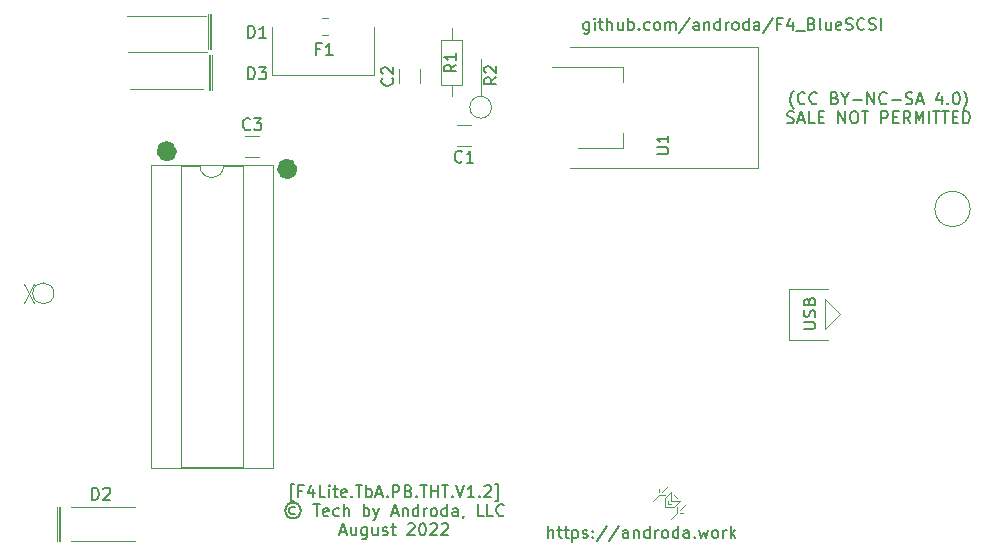
<source format=gbr>
%TF.GenerationSoftware,KiCad,Pcbnew,6.0.5-a6ca702e91~116~ubuntu21.10.1*%
%TF.CreationDate,2022-08-24T05:16:12-06:00*%
%TF.ProjectId,PowerBook_F4Lite_THTV1_2,506f7765-7242-46f6-9f6b-5f46344c6974,rev?*%
%TF.SameCoordinates,Original*%
%TF.FileFunction,Legend,Top*%
%TF.FilePolarity,Positive*%
%FSLAX46Y46*%
G04 Gerber Fmt 4.6, Leading zero omitted, Abs format (unit mm)*
G04 Created by KiCad (PCBNEW 6.0.5-a6ca702e91~116~ubuntu21.10.1) date 2022-08-24 05:16:12*
%MOMM*%
%LPD*%
G01*
G04 APERTURE LIST*
%ADD10C,0.120000*%
%ADD11C,1.100000*%
%ADD12C,0.150000*%
G04 APERTURE END LIST*
D10*
X82042000Y-61366400D02*
X75336400Y-61366400D01*
X82092800Y-64465200D02*
X75438000Y-64465200D01*
X81737200Y-67614800D02*
X75539600Y-67614800D01*
D11*
X89200535Y-74353420D02*
G75*
G03*
X89200535Y-74353420I-313235J0D01*
G01*
X78994815Y-72859900D02*
G75*
G03*
X78994815Y-72859900I-313235J0D01*
G01*
D12*
X110988507Y-105595680D02*
X110988507Y-104595680D01*
X111417079Y-105595680D02*
X111417079Y-105071871D01*
X111369460Y-104976633D01*
X111274221Y-104929014D01*
X111131364Y-104929014D01*
X111036126Y-104976633D01*
X110988507Y-105024252D01*
X111750412Y-104929014D02*
X112131364Y-104929014D01*
X111893269Y-104595680D02*
X111893269Y-105452823D01*
X111940888Y-105548061D01*
X112036126Y-105595680D01*
X112131364Y-105595680D01*
X112321840Y-104929014D02*
X112702793Y-104929014D01*
X112464698Y-104595680D02*
X112464698Y-105452823D01*
X112512317Y-105548061D01*
X112607555Y-105595680D01*
X112702793Y-105595680D01*
X113036126Y-104929014D02*
X113036126Y-105929014D01*
X113036126Y-104976633D02*
X113131364Y-104929014D01*
X113321840Y-104929014D01*
X113417079Y-104976633D01*
X113464698Y-105024252D01*
X113512317Y-105119490D01*
X113512317Y-105405204D01*
X113464698Y-105500442D01*
X113417079Y-105548061D01*
X113321840Y-105595680D01*
X113131364Y-105595680D01*
X113036126Y-105548061D01*
X113893269Y-105548061D02*
X113988507Y-105595680D01*
X114178983Y-105595680D01*
X114274221Y-105548061D01*
X114321840Y-105452823D01*
X114321840Y-105405204D01*
X114274221Y-105309966D01*
X114178983Y-105262347D01*
X114036126Y-105262347D01*
X113940888Y-105214728D01*
X113893269Y-105119490D01*
X113893269Y-105071871D01*
X113940888Y-104976633D01*
X114036126Y-104929014D01*
X114178983Y-104929014D01*
X114274221Y-104976633D01*
X114750412Y-105500442D02*
X114798031Y-105548061D01*
X114750412Y-105595680D01*
X114702793Y-105548061D01*
X114750412Y-105500442D01*
X114750412Y-105595680D01*
X114750412Y-104976633D02*
X114798031Y-105024252D01*
X114750412Y-105071871D01*
X114702793Y-105024252D01*
X114750412Y-104976633D01*
X114750412Y-105071871D01*
X115940888Y-104548061D02*
X115083745Y-105833776D01*
X116988507Y-104548061D02*
X116131364Y-105833776D01*
X117750412Y-105595680D02*
X117750412Y-105071871D01*
X117702793Y-104976633D01*
X117607555Y-104929014D01*
X117417079Y-104929014D01*
X117321840Y-104976633D01*
X117750412Y-105548061D02*
X117655174Y-105595680D01*
X117417079Y-105595680D01*
X117321840Y-105548061D01*
X117274221Y-105452823D01*
X117274221Y-105357585D01*
X117321840Y-105262347D01*
X117417079Y-105214728D01*
X117655174Y-105214728D01*
X117750412Y-105167109D01*
X118226602Y-104929014D02*
X118226602Y-105595680D01*
X118226602Y-105024252D02*
X118274221Y-104976633D01*
X118369460Y-104929014D01*
X118512317Y-104929014D01*
X118607555Y-104976633D01*
X118655174Y-105071871D01*
X118655174Y-105595680D01*
X119559936Y-105595680D02*
X119559936Y-104595680D01*
X119559936Y-105548061D02*
X119464698Y-105595680D01*
X119274221Y-105595680D01*
X119178983Y-105548061D01*
X119131364Y-105500442D01*
X119083745Y-105405204D01*
X119083745Y-105119490D01*
X119131364Y-105024252D01*
X119178983Y-104976633D01*
X119274221Y-104929014D01*
X119464698Y-104929014D01*
X119559936Y-104976633D01*
X120036126Y-105595680D02*
X120036126Y-104929014D01*
X120036126Y-105119490D02*
X120083745Y-105024252D01*
X120131364Y-104976633D01*
X120226602Y-104929014D01*
X120321840Y-104929014D01*
X120798031Y-105595680D02*
X120702793Y-105548061D01*
X120655174Y-105500442D01*
X120607555Y-105405204D01*
X120607555Y-105119490D01*
X120655174Y-105024252D01*
X120702793Y-104976633D01*
X120798031Y-104929014D01*
X120940888Y-104929014D01*
X121036126Y-104976633D01*
X121083745Y-105024252D01*
X121131364Y-105119490D01*
X121131364Y-105405204D01*
X121083745Y-105500442D01*
X121036126Y-105548061D01*
X120940888Y-105595680D01*
X120798031Y-105595680D01*
X121988507Y-105595680D02*
X121988507Y-104595680D01*
X121988507Y-105548061D02*
X121893269Y-105595680D01*
X121702793Y-105595680D01*
X121607555Y-105548061D01*
X121559936Y-105500442D01*
X121512317Y-105405204D01*
X121512317Y-105119490D01*
X121559936Y-105024252D01*
X121607555Y-104976633D01*
X121702793Y-104929014D01*
X121893269Y-104929014D01*
X121988507Y-104976633D01*
X122893269Y-105595680D02*
X122893269Y-105071871D01*
X122845650Y-104976633D01*
X122750412Y-104929014D01*
X122559936Y-104929014D01*
X122464698Y-104976633D01*
X122893269Y-105548061D02*
X122798031Y-105595680D01*
X122559936Y-105595680D01*
X122464698Y-105548061D01*
X122417079Y-105452823D01*
X122417079Y-105357585D01*
X122464698Y-105262347D01*
X122559936Y-105214728D01*
X122798031Y-105214728D01*
X122893269Y-105167109D01*
X123369460Y-105500442D02*
X123417079Y-105548061D01*
X123369460Y-105595680D01*
X123321840Y-105548061D01*
X123369460Y-105500442D01*
X123369460Y-105595680D01*
X123750412Y-104929014D02*
X123940888Y-105595680D01*
X124131364Y-105119490D01*
X124321840Y-105595680D01*
X124512317Y-104929014D01*
X125036126Y-105595680D02*
X124940888Y-105548061D01*
X124893269Y-105500442D01*
X124845650Y-105405204D01*
X124845650Y-105119490D01*
X124893269Y-105024252D01*
X124940888Y-104976633D01*
X125036126Y-104929014D01*
X125178983Y-104929014D01*
X125274221Y-104976633D01*
X125321840Y-105024252D01*
X125369460Y-105119490D01*
X125369460Y-105405204D01*
X125321840Y-105500442D01*
X125274221Y-105548061D01*
X125178983Y-105595680D01*
X125036126Y-105595680D01*
X125798031Y-105595680D02*
X125798031Y-104929014D01*
X125798031Y-105119490D02*
X125845650Y-105024252D01*
X125893269Y-104976633D01*
X125988507Y-104929014D01*
X126083745Y-104929014D01*
X126417079Y-105595680D02*
X126417079Y-104595680D01*
X126512317Y-105214728D02*
X126798031Y-105595680D01*
X126798031Y-104929014D02*
X126417079Y-105309966D01*
X131769523Y-69248333D02*
X131721904Y-69200714D01*
X131626666Y-69057857D01*
X131579047Y-68962619D01*
X131531428Y-68819761D01*
X131483809Y-68581666D01*
X131483809Y-68391190D01*
X131531428Y-68153095D01*
X131579047Y-68010238D01*
X131626666Y-67915000D01*
X131721904Y-67772142D01*
X131769523Y-67724523D01*
X132721904Y-68772142D02*
X132674285Y-68819761D01*
X132531428Y-68867380D01*
X132436190Y-68867380D01*
X132293333Y-68819761D01*
X132198095Y-68724523D01*
X132150476Y-68629285D01*
X132102857Y-68438809D01*
X132102857Y-68295952D01*
X132150476Y-68105476D01*
X132198095Y-68010238D01*
X132293333Y-67915000D01*
X132436190Y-67867380D01*
X132531428Y-67867380D01*
X132674285Y-67915000D01*
X132721904Y-67962619D01*
X133721904Y-68772142D02*
X133674285Y-68819761D01*
X133531428Y-68867380D01*
X133436190Y-68867380D01*
X133293333Y-68819761D01*
X133198095Y-68724523D01*
X133150476Y-68629285D01*
X133102857Y-68438809D01*
X133102857Y-68295952D01*
X133150476Y-68105476D01*
X133198095Y-68010238D01*
X133293333Y-67915000D01*
X133436190Y-67867380D01*
X133531428Y-67867380D01*
X133674285Y-67915000D01*
X133721904Y-67962619D01*
X135245714Y-68343571D02*
X135388571Y-68391190D01*
X135436190Y-68438809D01*
X135483809Y-68534047D01*
X135483809Y-68676904D01*
X135436190Y-68772142D01*
X135388571Y-68819761D01*
X135293333Y-68867380D01*
X134912380Y-68867380D01*
X134912380Y-67867380D01*
X135245714Y-67867380D01*
X135340952Y-67915000D01*
X135388571Y-67962619D01*
X135436190Y-68057857D01*
X135436190Y-68153095D01*
X135388571Y-68248333D01*
X135340952Y-68295952D01*
X135245714Y-68343571D01*
X134912380Y-68343571D01*
X136102857Y-68391190D02*
X136102857Y-68867380D01*
X135769523Y-67867380D02*
X136102857Y-68391190D01*
X136436190Y-67867380D01*
X136769523Y-68486428D02*
X137531428Y-68486428D01*
X138007619Y-68867380D02*
X138007619Y-67867380D01*
X138579047Y-68867380D01*
X138579047Y-67867380D01*
X139626666Y-68772142D02*
X139579047Y-68819761D01*
X139436190Y-68867380D01*
X139340952Y-68867380D01*
X139198095Y-68819761D01*
X139102857Y-68724523D01*
X139055238Y-68629285D01*
X139007619Y-68438809D01*
X139007619Y-68295952D01*
X139055238Y-68105476D01*
X139102857Y-68010238D01*
X139198095Y-67915000D01*
X139340952Y-67867380D01*
X139436190Y-67867380D01*
X139579047Y-67915000D01*
X139626666Y-67962619D01*
X140055238Y-68486428D02*
X140817142Y-68486428D01*
X141245714Y-68819761D02*
X141388571Y-68867380D01*
X141626666Y-68867380D01*
X141721904Y-68819761D01*
X141769523Y-68772142D01*
X141817142Y-68676904D01*
X141817142Y-68581666D01*
X141769523Y-68486428D01*
X141721904Y-68438809D01*
X141626666Y-68391190D01*
X141436190Y-68343571D01*
X141340952Y-68295952D01*
X141293333Y-68248333D01*
X141245714Y-68153095D01*
X141245714Y-68057857D01*
X141293333Y-67962619D01*
X141340952Y-67915000D01*
X141436190Y-67867380D01*
X141674285Y-67867380D01*
X141817142Y-67915000D01*
X142198095Y-68581666D02*
X142674285Y-68581666D01*
X142102857Y-68867380D02*
X142436190Y-67867380D01*
X142769523Y-68867380D01*
X144293333Y-68200714D02*
X144293333Y-68867380D01*
X144055238Y-67819761D02*
X143817142Y-68534047D01*
X144436190Y-68534047D01*
X144817142Y-68772142D02*
X144864761Y-68819761D01*
X144817142Y-68867380D01*
X144769523Y-68819761D01*
X144817142Y-68772142D01*
X144817142Y-68867380D01*
X145483809Y-67867380D02*
X145579047Y-67867380D01*
X145674285Y-67915000D01*
X145721904Y-67962619D01*
X145769523Y-68057857D01*
X145817142Y-68248333D01*
X145817142Y-68486428D01*
X145769523Y-68676904D01*
X145721904Y-68772142D01*
X145674285Y-68819761D01*
X145579047Y-68867380D01*
X145483809Y-68867380D01*
X145388571Y-68819761D01*
X145340952Y-68772142D01*
X145293333Y-68676904D01*
X145245714Y-68486428D01*
X145245714Y-68248333D01*
X145293333Y-68057857D01*
X145340952Y-67962619D01*
X145388571Y-67915000D01*
X145483809Y-67867380D01*
X146150476Y-69248333D02*
X146198095Y-69200714D01*
X146293333Y-69057857D01*
X146340952Y-68962619D01*
X146388571Y-68819761D01*
X146436190Y-68581666D01*
X146436190Y-68391190D01*
X146388571Y-68153095D01*
X146340952Y-68010238D01*
X146293333Y-67915000D01*
X146198095Y-67772142D01*
X146150476Y-67724523D01*
X131221904Y-70429761D02*
X131364761Y-70477380D01*
X131602857Y-70477380D01*
X131698095Y-70429761D01*
X131745714Y-70382142D01*
X131793333Y-70286904D01*
X131793333Y-70191666D01*
X131745714Y-70096428D01*
X131698095Y-70048809D01*
X131602857Y-70001190D01*
X131412380Y-69953571D01*
X131317142Y-69905952D01*
X131269523Y-69858333D01*
X131221904Y-69763095D01*
X131221904Y-69667857D01*
X131269523Y-69572619D01*
X131317142Y-69525000D01*
X131412380Y-69477380D01*
X131650476Y-69477380D01*
X131793333Y-69525000D01*
X132174285Y-70191666D02*
X132650476Y-70191666D01*
X132079047Y-70477380D02*
X132412380Y-69477380D01*
X132745714Y-70477380D01*
X133555238Y-70477380D02*
X133079047Y-70477380D01*
X133079047Y-69477380D01*
X133888571Y-69953571D02*
X134221904Y-69953571D01*
X134364761Y-70477380D02*
X133888571Y-70477380D01*
X133888571Y-69477380D01*
X134364761Y-69477380D01*
X135555238Y-70477380D02*
X135555238Y-69477380D01*
X136126666Y-70477380D01*
X136126666Y-69477380D01*
X136793333Y-69477380D02*
X136983809Y-69477380D01*
X137079047Y-69525000D01*
X137174285Y-69620238D01*
X137221904Y-69810714D01*
X137221904Y-70144047D01*
X137174285Y-70334523D01*
X137079047Y-70429761D01*
X136983809Y-70477380D01*
X136793333Y-70477380D01*
X136698095Y-70429761D01*
X136602857Y-70334523D01*
X136555238Y-70144047D01*
X136555238Y-69810714D01*
X136602857Y-69620238D01*
X136698095Y-69525000D01*
X136793333Y-69477380D01*
X137507619Y-69477380D02*
X138079047Y-69477380D01*
X137793333Y-70477380D02*
X137793333Y-69477380D01*
X139174285Y-70477380D02*
X139174285Y-69477380D01*
X139555238Y-69477380D01*
X139650476Y-69525000D01*
X139698095Y-69572619D01*
X139745714Y-69667857D01*
X139745714Y-69810714D01*
X139698095Y-69905952D01*
X139650476Y-69953571D01*
X139555238Y-70001190D01*
X139174285Y-70001190D01*
X140174285Y-69953571D02*
X140507619Y-69953571D01*
X140650476Y-70477380D02*
X140174285Y-70477380D01*
X140174285Y-69477380D01*
X140650476Y-69477380D01*
X141650476Y-70477380D02*
X141317142Y-70001190D01*
X141079047Y-70477380D02*
X141079047Y-69477380D01*
X141460000Y-69477380D01*
X141555238Y-69525000D01*
X141602857Y-69572619D01*
X141650476Y-69667857D01*
X141650476Y-69810714D01*
X141602857Y-69905952D01*
X141555238Y-69953571D01*
X141460000Y-70001190D01*
X141079047Y-70001190D01*
X142079047Y-70477380D02*
X142079047Y-69477380D01*
X142412380Y-70191666D01*
X142745714Y-69477380D01*
X142745714Y-70477380D01*
X143221904Y-70477380D02*
X143221904Y-69477380D01*
X143555238Y-69477380D02*
X144126666Y-69477380D01*
X143840952Y-70477380D02*
X143840952Y-69477380D01*
X144317142Y-69477380D02*
X144888571Y-69477380D01*
X144602857Y-70477380D02*
X144602857Y-69477380D01*
X145221904Y-69953571D02*
X145555238Y-69953571D01*
X145698095Y-70477380D02*
X145221904Y-70477380D01*
X145221904Y-69477380D01*
X145698095Y-69477380D01*
X146126666Y-70477380D02*
X146126666Y-69477380D01*
X146364761Y-69477380D01*
X146507619Y-69525000D01*
X146602857Y-69620238D01*
X146650476Y-69715476D01*
X146698095Y-69905952D01*
X146698095Y-70048809D01*
X146650476Y-70239285D01*
X146602857Y-70334523D01*
X146507619Y-70429761D01*
X146364761Y-70477380D01*
X146126666Y-70477380D01*
X89436190Y-102475714D02*
X89198095Y-102475714D01*
X89198095Y-101047142D01*
X89436190Y-101047142D01*
X90150476Y-101618571D02*
X89817142Y-101618571D01*
X89817142Y-102142380D02*
X89817142Y-101142380D01*
X90293333Y-101142380D01*
X91102857Y-101475714D02*
X91102857Y-102142380D01*
X90864761Y-101094761D02*
X90626666Y-101809047D01*
X91245714Y-101809047D01*
X92102857Y-102142380D02*
X91626666Y-102142380D01*
X91626666Y-101142380D01*
X92436190Y-102142380D02*
X92436190Y-101475714D01*
X92436190Y-101142380D02*
X92388571Y-101190000D01*
X92436190Y-101237619D01*
X92483809Y-101190000D01*
X92436190Y-101142380D01*
X92436190Y-101237619D01*
X92769523Y-101475714D02*
X93150476Y-101475714D01*
X92912380Y-101142380D02*
X92912380Y-101999523D01*
X92960000Y-102094761D01*
X93055238Y-102142380D01*
X93150476Y-102142380D01*
X93864761Y-102094761D02*
X93769523Y-102142380D01*
X93579047Y-102142380D01*
X93483809Y-102094761D01*
X93436190Y-101999523D01*
X93436190Y-101618571D01*
X93483809Y-101523333D01*
X93579047Y-101475714D01*
X93769523Y-101475714D01*
X93864761Y-101523333D01*
X93912380Y-101618571D01*
X93912380Y-101713809D01*
X93436190Y-101809047D01*
X94340952Y-102047142D02*
X94388571Y-102094761D01*
X94340952Y-102142380D01*
X94293333Y-102094761D01*
X94340952Y-102047142D01*
X94340952Y-102142380D01*
X94674285Y-101142380D02*
X95245714Y-101142380D01*
X94960000Y-102142380D02*
X94960000Y-101142380D01*
X95579047Y-102142380D02*
X95579047Y-101142380D01*
X95579047Y-101523333D02*
X95674285Y-101475714D01*
X95864761Y-101475714D01*
X95960000Y-101523333D01*
X96007619Y-101570952D01*
X96055238Y-101666190D01*
X96055238Y-101951904D01*
X96007619Y-102047142D01*
X95960000Y-102094761D01*
X95864761Y-102142380D01*
X95674285Y-102142380D01*
X95579047Y-102094761D01*
X96436190Y-101856666D02*
X96912380Y-101856666D01*
X96340952Y-102142380D02*
X96674285Y-101142380D01*
X97007619Y-102142380D01*
X97340952Y-102047142D02*
X97388571Y-102094761D01*
X97340952Y-102142380D01*
X97293333Y-102094761D01*
X97340952Y-102047142D01*
X97340952Y-102142380D01*
X97817142Y-102142380D02*
X97817142Y-101142380D01*
X98198095Y-101142380D01*
X98293333Y-101190000D01*
X98340952Y-101237619D01*
X98388571Y-101332857D01*
X98388571Y-101475714D01*
X98340952Y-101570952D01*
X98293333Y-101618571D01*
X98198095Y-101666190D01*
X97817142Y-101666190D01*
X99150476Y-101618571D02*
X99293333Y-101666190D01*
X99340952Y-101713809D01*
X99388571Y-101809047D01*
X99388571Y-101951904D01*
X99340952Y-102047142D01*
X99293333Y-102094761D01*
X99198095Y-102142380D01*
X98817142Y-102142380D01*
X98817142Y-101142380D01*
X99150476Y-101142380D01*
X99245714Y-101190000D01*
X99293333Y-101237619D01*
X99340952Y-101332857D01*
X99340952Y-101428095D01*
X99293333Y-101523333D01*
X99245714Y-101570952D01*
X99150476Y-101618571D01*
X98817142Y-101618571D01*
X99817142Y-102047142D02*
X99864761Y-102094761D01*
X99817142Y-102142380D01*
X99769523Y-102094761D01*
X99817142Y-102047142D01*
X99817142Y-102142380D01*
X100150476Y-101142380D02*
X100721904Y-101142380D01*
X100436190Y-102142380D02*
X100436190Y-101142380D01*
X101055238Y-102142380D02*
X101055238Y-101142380D01*
X101055238Y-101618571D02*
X101626666Y-101618571D01*
X101626666Y-102142380D02*
X101626666Y-101142380D01*
X101960000Y-101142380D02*
X102531428Y-101142380D01*
X102245714Y-102142380D02*
X102245714Y-101142380D01*
X102864761Y-102047142D02*
X102912380Y-102094761D01*
X102864761Y-102142380D01*
X102817142Y-102094761D01*
X102864761Y-102047142D01*
X102864761Y-102142380D01*
X103198095Y-101142380D02*
X103531428Y-102142380D01*
X103864761Y-101142380D01*
X104721904Y-102142380D02*
X104150476Y-102142380D01*
X104436190Y-102142380D02*
X104436190Y-101142380D01*
X104340952Y-101285238D01*
X104245714Y-101380476D01*
X104150476Y-101428095D01*
X105150476Y-102047142D02*
X105198095Y-102094761D01*
X105150476Y-102142380D01*
X105102857Y-102094761D01*
X105150476Y-102047142D01*
X105150476Y-102142380D01*
X105579047Y-101237619D02*
X105626666Y-101190000D01*
X105721904Y-101142380D01*
X105960000Y-101142380D01*
X106055238Y-101190000D01*
X106102857Y-101237619D01*
X106150476Y-101332857D01*
X106150476Y-101428095D01*
X106102857Y-101570952D01*
X105531428Y-102142380D01*
X106150476Y-102142380D01*
X106483809Y-102475714D02*
X106721904Y-102475714D01*
X106721904Y-101047142D01*
X106483809Y-101047142D01*
X89555238Y-102990476D02*
X89460000Y-102942857D01*
X89269523Y-102942857D01*
X89174285Y-102990476D01*
X89079047Y-103085714D01*
X89031428Y-103180952D01*
X89031428Y-103371428D01*
X89079047Y-103466666D01*
X89174285Y-103561904D01*
X89269523Y-103609523D01*
X89460000Y-103609523D01*
X89555238Y-103561904D01*
X89364761Y-102609523D02*
X89126666Y-102657142D01*
X88888571Y-102800000D01*
X88745714Y-103038095D01*
X88698095Y-103276190D01*
X88745714Y-103514285D01*
X88888571Y-103752380D01*
X89126666Y-103895238D01*
X89364761Y-103942857D01*
X89602857Y-103895238D01*
X89840952Y-103752380D01*
X89983809Y-103514285D01*
X90031428Y-103276190D01*
X89983809Y-103038095D01*
X89840952Y-102800000D01*
X89602857Y-102657142D01*
X89364761Y-102609523D01*
X91079047Y-102752380D02*
X91650476Y-102752380D01*
X91364761Y-103752380D02*
X91364761Y-102752380D01*
X92364761Y-103704761D02*
X92269523Y-103752380D01*
X92079047Y-103752380D01*
X91983809Y-103704761D01*
X91936190Y-103609523D01*
X91936190Y-103228571D01*
X91983809Y-103133333D01*
X92079047Y-103085714D01*
X92269523Y-103085714D01*
X92364761Y-103133333D01*
X92412380Y-103228571D01*
X92412380Y-103323809D01*
X91936190Y-103419047D01*
X93269523Y-103704761D02*
X93174285Y-103752380D01*
X92983809Y-103752380D01*
X92888571Y-103704761D01*
X92840952Y-103657142D01*
X92793333Y-103561904D01*
X92793333Y-103276190D01*
X92840952Y-103180952D01*
X92888571Y-103133333D01*
X92983809Y-103085714D01*
X93174285Y-103085714D01*
X93269523Y-103133333D01*
X93698095Y-103752380D02*
X93698095Y-102752380D01*
X94126666Y-103752380D02*
X94126666Y-103228571D01*
X94079047Y-103133333D01*
X93983809Y-103085714D01*
X93840952Y-103085714D01*
X93745714Y-103133333D01*
X93698095Y-103180952D01*
X95364761Y-103752380D02*
X95364761Y-102752380D01*
X95364761Y-103133333D02*
X95460000Y-103085714D01*
X95650476Y-103085714D01*
X95745714Y-103133333D01*
X95793333Y-103180952D01*
X95840952Y-103276190D01*
X95840952Y-103561904D01*
X95793333Y-103657142D01*
X95745714Y-103704761D01*
X95650476Y-103752380D01*
X95460000Y-103752380D01*
X95364761Y-103704761D01*
X96174285Y-103085714D02*
X96412380Y-103752380D01*
X96650476Y-103085714D02*
X96412380Y-103752380D01*
X96317142Y-103990476D01*
X96269523Y-104038095D01*
X96174285Y-104085714D01*
X97745714Y-103466666D02*
X98221904Y-103466666D01*
X97650476Y-103752380D02*
X97983809Y-102752380D01*
X98317142Y-103752380D01*
X98650476Y-103085714D02*
X98650476Y-103752380D01*
X98650476Y-103180952D02*
X98698095Y-103133333D01*
X98793333Y-103085714D01*
X98936190Y-103085714D01*
X99031428Y-103133333D01*
X99079047Y-103228571D01*
X99079047Y-103752380D01*
X99983809Y-103752380D02*
X99983809Y-102752380D01*
X99983809Y-103704761D02*
X99888571Y-103752380D01*
X99698095Y-103752380D01*
X99602857Y-103704761D01*
X99555238Y-103657142D01*
X99507619Y-103561904D01*
X99507619Y-103276190D01*
X99555238Y-103180952D01*
X99602857Y-103133333D01*
X99698095Y-103085714D01*
X99888571Y-103085714D01*
X99983809Y-103133333D01*
X100460000Y-103752380D02*
X100460000Y-103085714D01*
X100460000Y-103276190D02*
X100507619Y-103180952D01*
X100555238Y-103133333D01*
X100650476Y-103085714D01*
X100745714Y-103085714D01*
X101221904Y-103752380D02*
X101126666Y-103704761D01*
X101079047Y-103657142D01*
X101031428Y-103561904D01*
X101031428Y-103276190D01*
X101079047Y-103180952D01*
X101126666Y-103133333D01*
X101221904Y-103085714D01*
X101364761Y-103085714D01*
X101460000Y-103133333D01*
X101507619Y-103180952D01*
X101555238Y-103276190D01*
X101555238Y-103561904D01*
X101507619Y-103657142D01*
X101460000Y-103704761D01*
X101364761Y-103752380D01*
X101221904Y-103752380D01*
X102412380Y-103752380D02*
X102412380Y-102752380D01*
X102412380Y-103704761D02*
X102317142Y-103752380D01*
X102126666Y-103752380D01*
X102031428Y-103704761D01*
X101983809Y-103657142D01*
X101936190Y-103561904D01*
X101936190Y-103276190D01*
X101983809Y-103180952D01*
X102031428Y-103133333D01*
X102126666Y-103085714D01*
X102317142Y-103085714D01*
X102412380Y-103133333D01*
X103317142Y-103752380D02*
X103317142Y-103228571D01*
X103269523Y-103133333D01*
X103174285Y-103085714D01*
X102983809Y-103085714D01*
X102888571Y-103133333D01*
X103317142Y-103704761D02*
X103221904Y-103752380D01*
X102983809Y-103752380D01*
X102888571Y-103704761D01*
X102840952Y-103609523D01*
X102840952Y-103514285D01*
X102888571Y-103419047D01*
X102983809Y-103371428D01*
X103221904Y-103371428D01*
X103317142Y-103323809D01*
X103840952Y-103704761D02*
X103840952Y-103752380D01*
X103793333Y-103847619D01*
X103745714Y-103895238D01*
X105507619Y-103752380D02*
X105031428Y-103752380D01*
X105031428Y-102752380D01*
X106317142Y-103752380D02*
X105840952Y-103752380D01*
X105840952Y-102752380D01*
X107221904Y-103657142D02*
X107174285Y-103704761D01*
X107031428Y-103752380D01*
X106936190Y-103752380D01*
X106793333Y-103704761D01*
X106698095Y-103609523D01*
X106650476Y-103514285D01*
X106602857Y-103323809D01*
X106602857Y-103180952D01*
X106650476Y-102990476D01*
X106698095Y-102895238D01*
X106793333Y-102800000D01*
X106936190Y-102752380D01*
X107031428Y-102752380D01*
X107174285Y-102800000D01*
X107221904Y-102847619D01*
X93388571Y-105076666D02*
X93864761Y-105076666D01*
X93293333Y-105362380D02*
X93626666Y-104362380D01*
X93960000Y-105362380D01*
X94721904Y-104695714D02*
X94721904Y-105362380D01*
X94293333Y-104695714D02*
X94293333Y-105219523D01*
X94340952Y-105314761D01*
X94436190Y-105362380D01*
X94579047Y-105362380D01*
X94674285Y-105314761D01*
X94721904Y-105267142D01*
X95626666Y-104695714D02*
X95626666Y-105505238D01*
X95579047Y-105600476D01*
X95531428Y-105648095D01*
X95436190Y-105695714D01*
X95293333Y-105695714D01*
X95198095Y-105648095D01*
X95626666Y-105314761D02*
X95531428Y-105362380D01*
X95340952Y-105362380D01*
X95245714Y-105314761D01*
X95198095Y-105267142D01*
X95150476Y-105171904D01*
X95150476Y-104886190D01*
X95198095Y-104790952D01*
X95245714Y-104743333D01*
X95340952Y-104695714D01*
X95531428Y-104695714D01*
X95626666Y-104743333D01*
X96531428Y-104695714D02*
X96531428Y-105362380D01*
X96102857Y-104695714D02*
X96102857Y-105219523D01*
X96150476Y-105314761D01*
X96245714Y-105362380D01*
X96388571Y-105362380D01*
X96483809Y-105314761D01*
X96531428Y-105267142D01*
X96960000Y-105314761D02*
X97055238Y-105362380D01*
X97245714Y-105362380D01*
X97340952Y-105314761D01*
X97388571Y-105219523D01*
X97388571Y-105171904D01*
X97340952Y-105076666D01*
X97245714Y-105029047D01*
X97102857Y-105029047D01*
X97007619Y-104981428D01*
X96960000Y-104886190D01*
X96960000Y-104838571D01*
X97007619Y-104743333D01*
X97102857Y-104695714D01*
X97245714Y-104695714D01*
X97340952Y-104743333D01*
X97674285Y-104695714D02*
X98055238Y-104695714D01*
X97817142Y-104362380D02*
X97817142Y-105219523D01*
X97864761Y-105314761D01*
X97960000Y-105362380D01*
X98055238Y-105362380D01*
X99102857Y-104457619D02*
X99150476Y-104410000D01*
X99245714Y-104362380D01*
X99483809Y-104362380D01*
X99579047Y-104410000D01*
X99626666Y-104457619D01*
X99674285Y-104552857D01*
X99674285Y-104648095D01*
X99626666Y-104790952D01*
X99055238Y-105362380D01*
X99674285Y-105362380D01*
X100293333Y-104362380D02*
X100388571Y-104362380D01*
X100483809Y-104410000D01*
X100531428Y-104457619D01*
X100579047Y-104552857D01*
X100626666Y-104743333D01*
X100626666Y-104981428D01*
X100579047Y-105171904D01*
X100531428Y-105267142D01*
X100483809Y-105314761D01*
X100388571Y-105362380D01*
X100293333Y-105362380D01*
X100198095Y-105314761D01*
X100150476Y-105267142D01*
X100102857Y-105171904D01*
X100055238Y-104981428D01*
X100055238Y-104743333D01*
X100102857Y-104552857D01*
X100150476Y-104457619D01*
X100198095Y-104410000D01*
X100293333Y-104362380D01*
X101007619Y-104457619D02*
X101055238Y-104410000D01*
X101150476Y-104362380D01*
X101388571Y-104362380D01*
X101483809Y-104410000D01*
X101531428Y-104457619D01*
X101579047Y-104552857D01*
X101579047Y-104648095D01*
X101531428Y-104790952D01*
X100960000Y-105362380D01*
X101579047Y-105362380D01*
X101960000Y-104457619D02*
X102007619Y-104410000D01*
X102102857Y-104362380D01*
X102340952Y-104362380D01*
X102436190Y-104410000D01*
X102483809Y-104457619D01*
X102531428Y-104552857D01*
X102531428Y-104648095D01*
X102483809Y-104790952D01*
X101912380Y-105362380D01*
X102531428Y-105362380D01*
X114427142Y-61925714D02*
X114427142Y-62735238D01*
X114379523Y-62830476D01*
X114331904Y-62878095D01*
X114236666Y-62925714D01*
X114093809Y-62925714D01*
X113998571Y-62878095D01*
X114427142Y-62544761D02*
X114331904Y-62592380D01*
X114141428Y-62592380D01*
X114046190Y-62544761D01*
X113998571Y-62497142D01*
X113950952Y-62401904D01*
X113950952Y-62116190D01*
X113998571Y-62020952D01*
X114046190Y-61973333D01*
X114141428Y-61925714D01*
X114331904Y-61925714D01*
X114427142Y-61973333D01*
X114903333Y-62592380D02*
X114903333Y-61925714D01*
X114903333Y-61592380D02*
X114855714Y-61640000D01*
X114903333Y-61687619D01*
X114950952Y-61640000D01*
X114903333Y-61592380D01*
X114903333Y-61687619D01*
X115236666Y-61925714D02*
X115617619Y-61925714D01*
X115379523Y-61592380D02*
X115379523Y-62449523D01*
X115427142Y-62544761D01*
X115522380Y-62592380D01*
X115617619Y-62592380D01*
X115950952Y-62592380D02*
X115950952Y-61592380D01*
X116379523Y-62592380D02*
X116379523Y-62068571D01*
X116331904Y-61973333D01*
X116236666Y-61925714D01*
X116093809Y-61925714D01*
X115998571Y-61973333D01*
X115950952Y-62020952D01*
X117284285Y-61925714D02*
X117284285Y-62592380D01*
X116855714Y-61925714D02*
X116855714Y-62449523D01*
X116903333Y-62544761D01*
X116998571Y-62592380D01*
X117141428Y-62592380D01*
X117236666Y-62544761D01*
X117284285Y-62497142D01*
X117760476Y-62592380D02*
X117760476Y-61592380D01*
X117760476Y-61973333D02*
X117855714Y-61925714D01*
X118046190Y-61925714D01*
X118141428Y-61973333D01*
X118189047Y-62020952D01*
X118236666Y-62116190D01*
X118236666Y-62401904D01*
X118189047Y-62497142D01*
X118141428Y-62544761D01*
X118046190Y-62592380D01*
X117855714Y-62592380D01*
X117760476Y-62544761D01*
X118665238Y-62497142D02*
X118712857Y-62544761D01*
X118665238Y-62592380D01*
X118617619Y-62544761D01*
X118665238Y-62497142D01*
X118665238Y-62592380D01*
X119570000Y-62544761D02*
X119474761Y-62592380D01*
X119284285Y-62592380D01*
X119189047Y-62544761D01*
X119141428Y-62497142D01*
X119093809Y-62401904D01*
X119093809Y-62116190D01*
X119141428Y-62020952D01*
X119189047Y-61973333D01*
X119284285Y-61925714D01*
X119474761Y-61925714D01*
X119570000Y-61973333D01*
X120141428Y-62592380D02*
X120046190Y-62544761D01*
X119998571Y-62497142D01*
X119950952Y-62401904D01*
X119950952Y-62116190D01*
X119998571Y-62020952D01*
X120046190Y-61973333D01*
X120141428Y-61925714D01*
X120284285Y-61925714D01*
X120379523Y-61973333D01*
X120427142Y-62020952D01*
X120474761Y-62116190D01*
X120474761Y-62401904D01*
X120427142Y-62497142D01*
X120379523Y-62544761D01*
X120284285Y-62592380D01*
X120141428Y-62592380D01*
X120903333Y-62592380D02*
X120903333Y-61925714D01*
X120903333Y-62020952D02*
X120950952Y-61973333D01*
X121046190Y-61925714D01*
X121189047Y-61925714D01*
X121284285Y-61973333D01*
X121331904Y-62068571D01*
X121331904Y-62592380D01*
X121331904Y-62068571D02*
X121379523Y-61973333D01*
X121474761Y-61925714D01*
X121617619Y-61925714D01*
X121712857Y-61973333D01*
X121760476Y-62068571D01*
X121760476Y-62592380D01*
X122950952Y-61544761D02*
X122093809Y-62830476D01*
X123712857Y-62592380D02*
X123712857Y-62068571D01*
X123665238Y-61973333D01*
X123570000Y-61925714D01*
X123379523Y-61925714D01*
X123284285Y-61973333D01*
X123712857Y-62544761D02*
X123617619Y-62592380D01*
X123379523Y-62592380D01*
X123284285Y-62544761D01*
X123236666Y-62449523D01*
X123236666Y-62354285D01*
X123284285Y-62259047D01*
X123379523Y-62211428D01*
X123617619Y-62211428D01*
X123712857Y-62163809D01*
X124189047Y-61925714D02*
X124189047Y-62592380D01*
X124189047Y-62020952D02*
X124236666Y-61973333D01*
X124331904Y-61925714D01*
X124474761Y-61925714D01*
X124570000Y-61973333D01*
X124617619Y-62068571D01*
X124617619Y-62592380D01*
X125522380Y-62592380D02*
X125522380Y-61592380D01*
X125522380Y-62544761D02*
X125427142Y-62592380D01*
X125236666Y-62592380D01*
X125141428Y-62544761D01*
X125093809Y-62497142D01*
X125046190Y-62401904D01*
X125046190Y-62116190D01*
X125093809Y-62020952D01*
X125141428Y-61973333D01*
X125236666Y-61925714D01*
X125427142Y-61925714D01*
X125522380Y-61973333D01*
X125998571Y-62592380D02*
X125998571Y-61925714D01*
X125998571Y-62116190D02*
X126046190Y-62020952D01*
X126093809Y-61973333D01*
X126189047Y-61925714D01*
X126284285Y-61925714D01*
X126760476Y-62592380D02*
X126665238Y-62544761D01*
X126617619Y-62497142D01*
X126570000Y-62401904D01*
X126570000Y-62116190D01*
X126617619Y-62020952D01*
X126665238Y-61973333D01*
X126760476Y-61925714D01*
X126903333Y-61925714D01*
X126998571Y-61973333D01*
X127046190Y-62020952D01*
X127093809Y-62116190D01*
X127093809Y-62401904D01*
X127046190Y-62497142D01*
X126998571Y-62544761D01*
X126903333Y-62592380D01*
X126760476Y-62592380D01*
X127950952Y-62592380D02*
X127950952Y-61592380D01*
X127950952Y-62544761D02*
X127855714Y-62592380D01*
X127665238Y-62592380D01*
X127570000Y-62544761D01*
X127522380Y-62497142D01*
X127474761Y-62401904D01*
X127474761Y-62116190D01*
X127522380Y-62020952D01*
X127570000Y-61973333D01*
X127665238Y-61925714D01*
X127855714Y-61925714D01*
X127950952Y-61973333D01*
X128855714Y-62592380D02*
X128855714Y-62068571D01*
X128808095Y-61973333D01*
X128712857Y-61925714D01*
X128522380Y-61925714D01*
X128427142Y-61973333D01*
X128855714Y-62544761D02*
X128760476Y-62592380D01*
X128522380Y-62592380D01*
X128427142Y-62544761D01*
X128379523Y-62449523D01*
X128379523Y-62354285D01*
X128427142Y-62259047D01*
X128522380Y-62211428D01*
X128760476Y-62211428D01*
X128855714Y-62163809D01*
X130046190Y-61544761D02*
X129189047Y-62830476D01*
X130712857Y-62068571D02*
X130379523Y-62068571D01*
X130379523Y-62592380D02*
X130379523Y-61592380D01*
X130855714Y-61592380D01*
X131665238Y-61925714D02*
X131665238Y-62592380D01*
X131427142Y-61544761D02*
X131189047Y-62259047D01*
X131808095Y-62259047D01*
X131950952Y-62687619D02*
X132712857Y-62687619D01*
X133284285Y-62068571D02*
X133427142Y-62116190D01*
X133474761Y-62163809D01*
X133522380Y-62259047D01*
X133522380Y-62401904D01*
X133474761Y-62497142D01*
X133427142Y-62544761D01*
X133331904Y-62592380D01*
X132950952Y-62592380D01*
X132950952Y-61592380D01*
X133284285Y-61592380D01*
X133379523Y-61640000D01*
X133427142Y-61687619D01*
X133474761Y-61782857D01*
X133474761Y-61878095D01*
X133427142Y-61973333D01*
X133379523Y-62020952D01*
X133284285Y-62068571D01*
X132950952Y-62068571D01*
X134093809Y-62592380D02*
X133998571Y-62544761D01*
X133950952Y-62449523D01*
X133950952Y-61592380D01*
X134903333Y-61925714D02*
X134903333Y-62592380D01*
X134474761Y-61925714D02*
X134474761Y-62449523D01*
X134522380Y-62544761D01*
X134617619Y-62592380D01*
X134760476Y-62592380D01*
X134855714Y-62544761D01*
X134903333Y-62497142D01*
X135760476Y-62544761D02*
X135665238Y-62592380D01*
X135474761Y-62592380D01*
X135379523Y-62544761D01*
X135331904Y-62449523D01*
X135331904Y-62068571D01*
X135379523Y-61973333D01*
X135474761Y-61925714D01*
X135665238Y-61925714D01*
X135760476Y-61973333D01*
X135808095Y-62068571D01*
X135808095Y-62163809D01*
X135331904Y-62259047D01*
X136189047Y-62544761D02*
X136331904Y-62592380D01*
X136570000Y-62592380D01*
X136665238Y-62544761D01*
X136712857Y-62497142D01*
X136760476Y-62401904D01*
X136760476Y-62306666D01*
X136712857Y-62211428D01*
X136665238Y-62163809D01*
X136570000Y-62116190D01*
X136379523Y-62068571D01*
X136284285Y-62020952D01*
X136236666Y-61973333D01*
X136189047Y-61878095D01*
X136189047Y-61782857D01*
X136236666Y-61687619D01*
X136284285Y-61640000D01*
X136379523Y-61592380D01*
X136617619Y-61592380D01*
X136760476Y-61640000D01*
X137760476Y-62497142D02*
X137712857Y-62544761D01*
X137570000Y-62592380D01*
X137474761Y-62592380D01*
X137331904Y-62544761D01*
X137236666Y-62449523D01*
X137189047Y-62354285D01*
X137141428Y-62163809D01*
X137141428Y-62020952D01*
X137189047Y-61830476D01*
X137236666Y-61735238D01*
X137331904Y-61640000D01*
X137474761Y-61592380D01*
X137570000Y-61592380D01*
X137712857Y-61640000D01*
X137760476Y-61687619D01*
X138141428Y-62544761D02*
X138284285Y-62592380D01*
X138522380Y-62592380D01*
X138617619Y-62544761D01*
X138665238Y-62497142D01*
X138712857Y-62401904D01*
X138712857Y-62306666D01*
X138665238Y-62211428D01*
X138617619Y-62163809D01*
X138522380Y-62116190D01*
X138331904Y-62068571D01*
X138236666Y-62020952D01*
X138189047Y-61973333D01*
X138141428Y-61878095D01*
X138141428Y-61782857D01*
X138189047Y-61687619D01*
X138236666Y-61640000D01*
X138331904Y-61592380D01*
X138570000Y-61592380D01*
X138712857Y-61640000D01*
X139141428Y-62592380D02*
X139141428Y-61592380D01*
%TO.C,U3*%
X132599180Y-87891144D02*
X133408704Y-87891144D01*
X133503942Y-87843525D01*
X133551561Y-87795906D01*
X133599180Y-87700668D01*
X133599180Y-87510192D01*
X133551561Y-87414954D01*
X133503942Y-87367335D01*
X133408704Y-87319716D01*
X132599180Y-87319716D01*
X133551561Y-86891144D02*
X133599180Y-86748287D01*
X133599180Y-86510192D01*
X133551561Y-86414954D01*
X133503942Y-86367335D01*
X133408704Y-86319716D01*
X133313466Y-86319716D01*
X133218228Y-86367335D01*
X133170609Y-86414954D01*
X133122990Y-86510192D01*
X133075371Y-86700668D01*
X133027752Y-86795906D01*
X132980133Y-86843525D01*
X132884895Y-86891144D01*
X132789657Y-86891144D01*
X132694419Y-86843525D01*
X132646800Y-86795906D01*
X132599180Y-86700668D01*
X132599180Y-86462573D01*
X132646800Y-86319716D01*
X133075371Y-85557811D02*
X133122990Y-85414954D01*
X133170609Y-85367335D01*
X133265847Y-85319716D01*
X133408704Y-85319716D01*
X133503942Y-85367335D01*
X133551561Y-85414954D01*
X133599180Y-85510192D01*
X133599180Y-85891144D01*
X132599180Y-85891144D01*
X132599180Y-85557811D01*
X132646800Y-85462573D01*
X132694419Y-85414954D01*
X132789657Y-85367335D01*
X132884895Y-85367335D01*
X132980133Y-85414954D01*
X133027752Y-85462573D01*
X133075371Y-85557811D01*
X133075371Y-85891144D01*
%TO.C,D2*%
X72363104Y-102357180D02*
X72363104Y-101357180D01*
X72601200Y-101357180D01*
X72744057Y-101404800D01*
X72839295Y-101500038D01*
X72886914Y-101595276D01*
X72934533Y-101785752D01*
X72934533Y-101928609D01*
X72886914Y-102119085D01*
X72839295Y-102214323D01*
X72744057Y-102309561D01*
X72601200Y-102357180D01*
X72363104Y-102357180D01*
X73315485Y-101452419D02*
X73363104Y-101404800D01*
X73458342Y-101357180D01*
X73696438Y-101357180D01*
X73791676Y-101404800D01*
X73839295Y-101452419D01*
X73886914Y-101547657D01*
X73886914Y-101642895D01*
X73839295Y-101785752D01*
X73267866Y-102357180D01*
X73886914Y-102357180D01*
%TO.C,D1*%
X85571104Y-63241180D02*
X85571104Y-62241180D01*
X85809200Y-62241180D01*
X85952057Y-62288800D01*
X86047295Y-62384038D01*
X86094914Y-62479276D01*
X86142533Y-62669752D01*
X86142533Y-62812609D01*
X86094914Y-63003085D01*
X86047295Y-63098323D01*
X85952057Y-63193561D01*
X85809200Y-63241180D01*
X85571104Y-63241180D01*
X87094914Y-63241180D02*
X86523485Y-63241180D01*
X86809200Y-63241180D02*
X86809200Y-62241180D01*
X86713961Y-62384038D01*
X86618723Y-62479276D01*
X86523485Y-62526895D01*
%TO.C,D3*%
X85571104Y-66746380D02*
X85571104Y-65746380D01*
X85809200Y-65746380D01*
X85952057Y-65794000D01*
X86047295Y-65889238D01*
X86094914Y-65984476D01*
X86142533Y-66174952D01*
X86142533Y-66317809D01*
X86094914Y-66508285D01*
X86047295Y-66603523D01*
X85952057Y-66698761D01*
X85809200Y-66746380D01*
X85571104Y-66746380D01*
X86475866Y-65746380D02*
X87094914Y-65746380D01*
X86761580Y-66127333D01*
X86904438Y-66127333D01*
X86999676Y-66174952D01*
X87047295Y-66222571D01*
X87094914Y-66317809D01*
X87094914Y-66555904D01*
X87047295Y-66651142D01*
X86999676Y-66698761D01*
X86904438Y-66746380D01*
X86618723Y-66746380D01*
X86523485Y-66698761D01*
X86475866Y-66651142D01*
%TO.C,C1*%
X103685887Y-73715775D02*
X103638268Y-73763394D01*
X103495411Y-73811013D01*
X103400173Y-73811013D01*
X103257315Y-73763394D01*
X103162077Y-73668156D01*
X103114458Y-73572918D01*
X103066839Y-73382442D01*
X103066839Y-73239585D01*
X103114458Y-73049109D01*
X103162077Y-72953871D01*
X103257315Y-72858633D01*
X103400173Y-72811013D01*
X103495411Y-72811013D01*
X103638268Y-72858633D01*
X103685887Y-72906252D01*
X104638268Y-73811013D02*
X104066839Y-73811013D01*
X104352554Y-73811013D02*
X104352554Y-72811013D01*
X104257315Y-72953871D01*
X104162077Y-73049109D01*
X104066839Y-73096728D01*
%TO.C,C2*%
X97771037Y-66677039D02*
X97818656Y-66724658D01*
X97866275Y-66867515D01*
X97866275Y-66962753D01*
X97818656Y-67105611D01*
X97723418Y-67200849D01*
X97628180Y-67248468D01*
X97437704Y-67296087D01*
X97294847Y-67296087D01*
X97104371Y-67248468D01*
X97009133Y-67200849D01*
X96913895Y-67105611D01*
X96866275Y-66962753D01*
X96866275Y-66867515D01*
X96913895Y-66724658D01*
X96961514Y-66677039D01*
X96961514Y-66296087D02*
X96913895Y-66248468D01*
X96866275Y-66153230D01*
X96866275Y-65915134D01*
X96913895Y-65819896D01*
X96961514Y-65772277D01*
X97056752Y-65724658D01*
X97151990Y-65724658D01*
X97294847Y-65772277D01*
X97866275Y-66343706D01*
X97866275Y-65724658D01*
%TO.C,C3*%
X85742813Y-70971682D02*
X85695194Y-71019301D01*
X85552337Y-71066920D01*
X85457099Y-71066920D01*
X85314241Y-71019301D01*
X85219003Y-70924063D01*
X85171384Y-70828825D01*
X85123765Y-70638349D01*
X85123765Y-70495492D01*
X85171384Y-70305016D01*
X85219003Y-70209778D01*
X85314241Y-70114540D01*
X85457099Y-70066920D01*
X85552337Y-70066920D01*
X85695194Y-70114540D01*
X85742813Y-70162159D01*
X86076146Y-70066920D02*
X86695194Y-70066920D01*
X86361860Y-70447873D01*
X86504718Y-70447873D01*
X86599956Y-70495492D01*
X86647575Y-70543111D01*
X86695194Y-70638349D01*
X86695194Y-70876444D01*
X86647575Y-70971682D01*
X86599956Y-71019301D01*
X86504718Y-71066920D01*
X86219003Y-71066920D01*
X86123765Y-71019301D01*
X86076146Y-70971682D01*
%TO.C,R1*%
X103194014Y-65515319D02*
X102717824Y-65848653D01*
X103194014Y-66086748D02*
X102194014Y-66086748D01*
X102194014Y-65705795D01*
X102241634Y-65610557D01*
X102289253Y-65562938D01*
X102384491Y-65515319D01*
X102527348Y-65515319D01*
X102622586Y-65562938D01*
X102670205Y-65610557D01*
X102717824Y-65705795D01*
X102717824Y-66086748D01*
X103194014Y-64562938D02*
X103194014Y-65134367D01*
X103194014Y-64848653D02*
X102194014Y-64848653D01*
X102336872Y-64943891D01*
X102432110Y-65039129D01*
X102479729Y-65134367D01*
%TO.C,R2*%
X106582375Y-66599899D02*
X106106185Y-66933233D01*
X106582375Y-67171328D02*
X105582375Y-67171328D01*
X105582375Y-66790375D01*
X105629995Y-66695137D01*
X105677614Y-66647518D01*
X105772852Y-66599899D01*
X105915709Y-66599899D01*
X106010947Y-66647518D01*
X106058566Y-66695137D01*
X106106185Y-66790375D01*
X106106185Y-67171328D01*
X105677614Y-66218947D02*
X105629995Y-66171328D01*
X105582375Y-66076090D01*
X105582375Y-65837994D01*
X105629995Y-65742756D01*
X105677614Y-65695137D01*
X105772852Y-65647518D01*
X105868090Y-65647518D01*
X106010947Y-65695137D01*
X106582375Y-66266566D01*
X106582375Y-65647518D01*
%TO.C,U1*%
X120153180Y-73101104D02*
X120962704Y-73101104D01*
X121057942Y-73053485D01*
X121105561Y-73005866D01*
X121153180Y-72910628D01*
X121153180Y-72720152D01*
X121105561Y-72624914D01*
X121057942Y-72577295D01*
X120962704Y-72529676D01*
X120153180Y-72529676D01*
X121153180Y-71529676D02*
X121153180Y-72101104D01*
X121153180Y-71815390D02*
X120153180Y-71815390D01*
X120296038Y-71910628D01*
X120391276Y-72005866D01*
X120438895Y-72101104D01*
%TO.C,F1*%
X91678272Y-64184443D02*
X91344939Y-64184443D01*
X91344939Y-64708252D02*
X91344939Y-63708252D01*
X91821129Y-63708252D01*
X92725891Y-64708252D02*
X92154463Y-64708252D01*
X92440177Y-64708252D02*
X92440177Y-63708252D01*
X92344939Y-63851110D01*
X92249701Y-63946348D01*
X92154463Y-63993967D01*
D10*
%TO.C,U3*%
X135686800Y-86629240D02*
X134416800Y-87899240D01*
X134416800Y-85359240D02*
X135686800Y-86629240D01*
X134416800Y-87899240D02*
X134416800Y-85359240D01*
X131368800Y-84546440D02*
X131368800Y-88864440D01*
X134670800Y-84546440D02*
X131368800Y-84546440D01*
X131368800Y-88864440D02*
X134670800Y-88864440D01*
X146711800Y-77739240D02*
G75*
G03*
X146711800Y-77739240I-1500000J0D01*
G01*
%TO.C,D2*%
X69656460Y-102936700D02*
X69656460Y-105876700D01*
X70556460Y-105876700D02*
X75996460Y-105876700D01*
X69536460Y-102936700D02*
X69536460Y-105876700D01*
X75996460Y-102936700D02*
X70556460Y-102936700D01*
X69416460Y-102936700D02*
X69416460Y-105876700D01*
%TO.C,D1*%
X82433780Y-64190220D02*
X82433780Y-61250220D01*
X82193780Y-64190220D02*
X82193780Y-61250220D01*
X82313780Y-64190220D02*
X82313780Y-61250220D01*
%TO.C,D3*%
X82388060Y-67649700D02*
X82388060Y-64709700D01*
X82508060Y-67649700D02*
X82508060Y-64709700D01*
X82268060Y-67649700D02*
X82268060Y-64709700D01*
%TO.C,J2*%
X67432020Y-84092940D02*
X66632020Y-85692940D01*
X67432020Y-85692940D02*
X66632020Y-84092940D01*
X69126447Y-84892940D02*
G75*
G03*
X69126447Y-84892940I-894427J0D01*
G01*
%TO.C,C1*%
X104454618Y-70628633D02*
X103250490Y-70628633D01*
X104454618Y-72448633D02*
X103250490Y-72448633D01*
%TO.C,C2*%
X100143895Y-67112437D02*
X100143895Y-65908309D01*
X98323895Y-67112437D02*
X98323895Y-65908309D01*
%TO.C,C3*%
X85285496Y-73360960D02*
X86489624Y-73360960D01*
X85285496Y-71540960D02*
X86489624Y-71540960D01*
%TO.C,R1*%
X101882594Y-63405792D02*
X101882594Y-67245792D01*
X102802594Y-68195792D02*
X102802594Y-67245792D01*
X101882594Y-67245792D02*
X103722594Y-67245792D01*
X102802594Y-62455792D02*
X102802594Y-63405792D01*
X103722594Y-67245792D02*
X103722594Y-63405792D01*
X103722594Y-63405792D02*
X101882594Y-63405792D01*
%TO.C,R2*%
X105261315Y-68215793D02*
X105261315Y-65055793D01*
X106181315Y-69135793D02*
G75*
G03*
X106181315Y-69135793I-920000J0D01*
G01*
%TO.C,U1*%
X128714815Y-64028493D02*
X112824815Y-64028493D01*
X128714815Y-74268493D02*
X112824815Y-74268493D01*
X128714815Y-64028493D02*
X128714815Y-74268493D01*
%TO.C,U2*%
X79849200Y-74072440D02*
X79849200Y-99592440D01*
X81499200Y-74072440D02*
X79849200Y-74072440D01*
X77359200Y-74012440D02*
X77359200Y-99652440D01*
X77359200Y-99652440D02*
X87639200Y-99652440D01*
X87639200Y-74012440D02*
X77359200Y-74012440D01*
X85149200Y-99592440D02*
X85149200Y-74072440D01*
X85149200Y-74072440D02*
X83499200Y-74072440D01*
X87639200Y-99652440D02*
X87639200Y-74012440D01*
X79849200Y-99592440D02*
X85149200Y-99592440D01*
X81499200Y-74072440D02*
G75*
G03*
X83499200Y-74072440I1000000J0D01*
G01*
%TO.C,F1*%
X96222440Y-62295720D02*
X96222440Y-66395720D01*
X87622440Y-66395720D02*
X96222440Y-66395720D01*
X87622440Y-62295720D02*
X87622440Y-66395720D01*
%TO.C,REF\u002A\u002A*%
X121876820Y-102938580D02*
X121876820Y-103446580D01*
X120860820Y-102938580D02*
X120860820Y-102176580D01*
X121622820Y-102938580D02*
X120860820Y-102938580D01*
X120860820Y-102176580D02*
X121368820Y-101668580D01*
X122130820Y-103446580D02*
X122384820Y-103446580D01*
X122130820Y-103192580D02*
X122638820Y-102684580D01*
X120352820Y-101922580D02*
X119844820Y-102430580D01*
X121368820Y-101668580D02*
X121368820Y-102430580D01*
X121114820Y-102684580D02*
X121368820Y-102684580D01*
X121368820Y-102430580D02*
X122130820Y-102430580D01*
X121876820Y-102176580D02*
X121622820Y-101922580D01*
X121622820Y-102938580D02*
X122130820Y-102430580D01*
X121114820Y-102430580D02*
X121114820Y-102684580D01*
X120860820Y-101922580D02*
X120352820Y-101922580D01*
X120352820Y-101668580D02*
X120352820Y-101414580D01*
X121876820Y-103446580D02*
X121368820Y-103954580D01*
X120606820Y-101668580D02*
X121114820Y-101160580D01*
%TO.C,F2*%
X91830148Y-62990800D02*
X92352652Y-62990800D01*
X91830148Y-61570800D02*
X92352652Y-61570800D01*
%TO.C,U4*%
X117276800Y-72548800D02*
X117276800Y-71288800D01*
X111266800Y-65728800D02*
X117276800Y-65728800D01*
X117276800Y-65728800D02*
X117276800Y-66988800D01*
X113516800Y-72548800D02*
X117276800Y-72548800D01*
%TD*%
M02*

</source>
